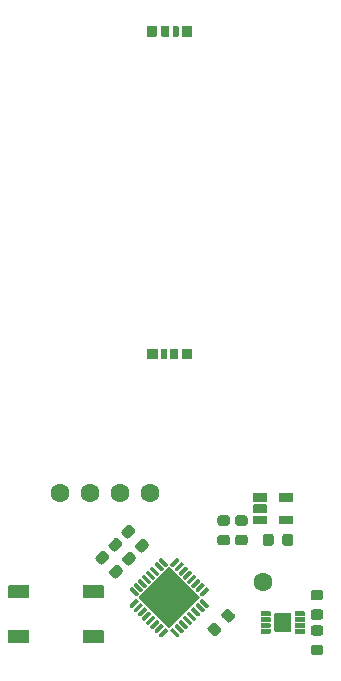
<source format=gbr>
G04 #@! TF.GenerationSoftware,KiCad,Pcbnew,(5.1.8)-1*
G04 #@! TF.CreationDate,2021-05-02T00:16:01-04:00*
G04 #@! TF.ProjectId,CryptoRosette,43727970-746f-4526-9f73-657474652e6b,1*
G04 #@! TF.SameCoordinates,Original*
G04 #@! TF.FileFunction,Soldermask,Bot*
G04 #@! TF.FilePolarity,Negative*
%FSLAX46Y46*%
G04 Gerber Fmt 4.6, Leading zero omitted, Abs format (unit mm)*
G04 Created by KiCad (PCBNEW (5.1.8)-1) date 2021-05-02 00:16:01*
%MOMM*%
%LPD*%
G01*
G04 APERTURE LIST*
%ADD10C,1.601600*%
G04 APERTURE END LIST*
G36*
G01*
X150252184Y-106777014D02*
X150677014Y-106352184D01*
G75*
G02*
X150995778Y-106352184I159382J-159382D01*
G01*
X151314542Y-106670948D01*
G75*
G02*
X151314542Y-106989712I-159382J-159382D01*
G01*
X150889712Y-107414542D01*
G75*
G02*
X150570948Y-107414542I-159382J159382D01*
G01*
X150252184Y-107095778D01*
G75*
G02*
X150252184Y-106777014I159382J159382D01*
G01*
G37*
G36*
G01*
X149085458Y-105610288D02*
X149510288Y-105185458D01*
G75*
G02*
X149829052Y-105185458I159382J-159382D01*
G01*
X150147816Y-105504222D01*
G75*
G02*
X150147816Y-105822986I-159382J-159382D01*
G01*
X149722986Y-106247816D01*
G75*
G02*
X149404222Y-106247816I-159382J159382D01*
G01*
X149085458Y-105929052D01*
G75*
G02*
X149085458Y-105610288I159382J159382D01*
G01*
G37*
G36*
G01*
X152414542Y-105889712D02*
X151989712Y-106314542D01*
G75*
G02*
X151670948Y-106314542I-159382J159382D01*
G01*
X151352184Y-105995778D01*
G75*
G02*
X151352184Y-105677014I159382J159382D01*
G01*
X151777014Y-105252184D01*
G75*
G02*
X152095778Y-105252184I159382J-159382D01*
G01*
X152414542Y-105570948D01*
G75*
G02*
X152414542Y-105889712I-159382J-159382D01*
G01*
G37*
G36*
G01*
X151247816Y-104722986D02*
X150822986Y-105147816D01*
G75*
G02*
X150504222Y-105147816I-159382J159382D01*
G01*
X150185458Y-104829052D01*
G75*
G02*
X150185458Y-104510288I159382J159382D01*
G01*
X150610288Y-104085458D01*
G75*
G02*
X150929052Y-104085458I159382J-159382D01*
G01*
X151247816Y-104404222D01*
G75*
G02*
X151247816Y-104722986I-159382J-159382D01*
G01*
G37*
G36*
G01*
X158122986Y-112352184D02*
X158547816Y-112777014D01*
G75*
G02*
X158547816Y-113095778I-159382J-159382D01*
G01*
X158229052Y-113414542D01*
G75*
G02*
X157910288Y-113414542I-159382J159382D01*
G01*
X157485458Y-112989712D01*
G75*
G02*
X157485458Y-112670948I159382J159382D01*
G01*
X157804222Y-112352184D01*
G75*
G02*
X158122986Y-112352184I159382J-159382D01*
G01*
G37*
G36*
G01*
X159289712Y-111185458D02*
X159714542Y-111610288D01*
G75*
G02*
X159714542Y-111929052I-159382J-159382D01*
G01*
X159395778Y-112247816D01*
G75*
G02*
X159077014Y-112247816I-159382J159382D01*
G01*
X158652184Y-111822986D01*
G75*
G02*
X158652184Y-111504222I159382J159382D01*
G01*
X158970948Y-111185458D01*
G75*
G02*
X159289712Y-111185458I159382J-159382D01*
G01*
G37*
G36*
G01*
X160600400Y-104125800D02*
X159999600Y-104125800D01*
G75*
G02*
X159774200Y-103900400I0J225400D01*
G01*
X159774200Y-103449600D01*
G75*
G02*
X159999600Y-103224200I225400J0D01*
G01*
X160600400Y-103224200D01*
G75*
G02*
X160825800Y-103449600I0J-225400D01*
G01*
X160825800Y-103900400D01*
G75*
G02*
X160600400Y-104125800I-225400J0D01*
G01*
G37*
G36*
G01*
X160600400Y-105775800D02*
X159999600Y-105775800D01*
G75*
G02*
X159774200Y-105550400I0J225400D01*
G01*
X159774200Y-105099600D01*
G75*
G02*
X159999600Y-104874200I225400J0D01*
G01*
X160600400Y-104874200D01*
G75*
G02*
X160825800Y-105099600I0J-225400D01*
G01*
X160825800Y-105550400D01*
G75*
G02*
X160600400Y-105775800I-225400J0D01*
G01*
G37*
G36*
G01*
X164675800Y-104999600D02*
X164675800Y-105600400D01*
G75*
G02*
X164450400Y-105825800I-225400J0D01*
G01*
X163999600Y-105825800D01*
G75*
G02*
X163774200Y-105600400I0J225400D01*
G01*
X163774200Y-104999600D01*
G75*
G02*
X163999600Y-104774200I225400J0D01*
G01*
X164450400Y-104774200D01*
G75*
G02*
X164675800Y-104999600I0J-225400D01*
G01*
G37*
G36*
G01*
X163025800Y-104999600D02*
X163025800Y-105600400D01*
G75*
G02*
X162800400Y-105825800I-225400J0D01*
G01*
X162349600Y-105825800D01*
G75*
G02*
X162124200Y-105600400I0J225400D01*
G01*
X162124200Y-104999600D01*
G75*
G02*
X162349600Y-104774200I225400J0D01*
G01*
X162800400Y-104774200D01*
G75*
G02*
X163025800Y-104999600I0J-225400D01*
G01*
G37*
G36*
G01*
X158499600Y-103224200D02*
X159100400Y-103224200D01*
G75*
G02*
X159325800Y-103449600I0J-225400D01*
G01*
X159325800Y-103900400D01*
G75*
G02*
X159100400Y-104125800I-225400J0D01*
G01*
X158499600Y-104125800D01*
G75*
G02*
X158274200Y-103900400I0J225400D01*
G01*
X158274200Y-103449600D01*
G75*
G02*
X158499600Y-103224200I225400J0D01*
G01*
G37*
G36*
G01*
X158499600Y-104874200D02*
X159100400Y-104874200D01*
G75*
G02*
X159325800Y-105099600I0J-225400D01*
G01*
X159325800Y-105550400D01*
G75*
G02*
X159100400Y-105775800I-225400J0D01*
G01*
X158499600Y-105775800D01*
G75*
G02*
X158274200Y-105550400I0J225400D01*
G01*
X158274200Y-105099600D01*
G75*
G02*
X158499600Y-104874200I225400J0D01*
G01*
G37*
G36*
G01*
X150214542Y-108089712D02*
X149789712Y-108514542D01*
G75*
G02*
X149470948Y-108514542I-159382J159382D01*
G01*
X149152184Y-108195778D01*
G75*
G02*
X149152184Y-107877014I159382J159382D01*
G01*
X149577014Y-107452184D01*
G75*
G02*
X149895778Y-107452184I159382J-159382D01*
G01*
X150214542Y-107770948D01*
G75*
G02*
X150214542Y-108089712I-159382J-159382D01*
G01*
G37*
G36*
G01*
X149047816Y-106922986D02*
X148622986Y-107347816D01*
G75*
G02*
X148304222Y-107347816I-159382J159382D01*
G01*
X147985458Y-107029052D01*
G75*
G02*
X147985458Y-106710288I159382J159382D01*
G01*
X148410288Y-106285458D01*
G75*
G02*
X148729052Y-106285458I159382J-159382D01*
G01*
X149047816Y-106604222D01*
G75*
G02*
X149047816Y-106922986I-159382J-159382D01*
G01*
G37*
G36*
G01*
X148650800Y-109200000D02*
X148650800Y-110200000D01*
G75*
G02*
X148600000Y-110250800I-50800J0D01*
G01*
X146900000Y-110250800D01*
G75*
G02*
X146849200Y-110200000I0J50800D01*
G01*
X146849200Y-109200000D01*
G75*
G02*
X146900000Y-109149200I50800J0D01*
G01*
X148600000Y-109149200D01*
G75*
G02*
X148650800Y-109200000I0J-50800D01*
G01*
G37*
G36*
G01*
X142350800Y-109200000D02*
X142350800Y-110200000D01*
G75*
G02*
X142300000Y-110250800I-50800J0D01*
G01*
X140600000Y-110250800D01*
G75*
G02*
X140549200Y-110200000I0J50800D01*
G01*
X140549200Y-109200000D01*
G75*
G02*
X140600000Y-109149200I50800J0D01*
G01*
X142300000Y-109149200D01*
G75*
G02*
X142350800Y-109200000I0J-50800D01*
G01*
G37*
G36*
G01*
X148650800Y-113000000D02*
X148650800Y-114000000D01*
G75*
G02*
X148600000Y-114050800I-50800J0D01*
G01*
X146900000Y-114050800D01*
G75*
G02*
X146849200Y-114000000I0J50800D01*
G01*
X146849200Y-113000000D01*
G75*
G02*
X146900000Y-112949200I50800J0D01*
G01*
X148600000Y-112949200D01*
G75*
G02*
X148650800Y-113000000I0J-50800D01*
G01*
G37*
G36*
G01*
X142350800Y-113000000D02*
X142350800Y-114000000D01*
G75*
G02*
X142300000Y-114050800I-50800J0D01*
G01*
X140600000Y-114050800D01*
G75*
G02*
X140549200Y-114000000I0J50800D01*
G01*
X140549200Y-113000000D01*
G75*
G02*
X140600000Y-112949200I50800J0D01*
G01*
X142300000Y-112949200D01*
G75*
G02*
X142350800Y-113000000I0J-50800D01*
G01*
G37*
D10*
X162100000Y-108900000D03*
X147500000Y-101300000D03*
X150040000Y-101300000D03*
X152580000Y-101300000D03*
X144960000Y-101300000D03*
G36*
G01*
X154931584Y-106849233D02*
X155055894Y-106973543D01*
G75*
G02*
X155055894Y-107097853I-62155J-62155D01*
G01*
X154542676Y-107611071D01*
G75*
G02*
X154418366Y-107611071I-62155J62155D01*
G01*
X154294056Y-107486761D01*
G75*
G02*
X154294056Y-107362451I62155J62155D01*
G01*
X154807274Y-106849233D01*
G75*
G02*
X154931584Y-106849233I62155J-62155D01*
G01*
G37*
G36*
G01*
X155285137Y-107202786D02*
X155409447Y-107327096D01*
G75*
G02*
X155409447Y-107451406I-62155J-62155D01*
G01*
X154896229Y-107964624D01*
G75*
G02*
X154771919Y-107964624I-62155J62155D01*
G01*
X154647609Y-107840314D01*
G75*
G02*
X154647609Y-107716004I62155J62155D01*
G01*
X155160827Y-107202786D01*
G75*
G02*
X155285137Y-107202786I62155J-62155D01*
G01*
G37*
G36*
G01*
X155638691Y-107556339D02*
X155763001Y-107680649D01*
G75*
G02*
X155763001Y-107804959I-62155J-62155D01*
G01*
X155249783Y-108318177D01*
G75*
G02*
X155125473Y-108318177I-62155J62155D01*
G01*
X155001163Y-108193867D01*
G75*
G02*
X155001163Y-108069557I62155J62155D01*
G01*
X155514381Y-107556339D01*
G75*
G02*
X155638691Y-107556339I62155J-62155D01*
G01*
G37*
G36*
G01*
X155992244Y-107909893D02*
X156116554Y-108034203D01*
G75*
G02*
X156116554Y-108158513I-62155J-62155D01*
G01*
X155603336Y-108671731D01*
G75*
G02*
X155479026Y-108671731I-62155J62155D01*
G01*
X155354716Y-108547421D01*
G75*
G02*
X155354716Y-108423111I62155J62155D01*
G01*
X155867934Y-107909893D01*
G75*
G02*
X155992244Y-107909893I62155J-62155D01*
G01*
G37*
G36*
G01*
X156345797Y-108263446D02*
X156470107Y-108387756D01*
G75*
G02*
X156470107Y-108512066I-62155J-62155D01*
G01*
X155956889Y-109025284D01*
G75*
G02*
X155832579Y-109025284I-62155J62155D01*
G01*
X155708269Y-108900974D01*
G75*
G02*
X155708269Y-108776664I62155J62155D01*
G01*
X156221487Y-108263446D01*
G75*
G02*
X156345797Y-108263446I62155J-62155D01*
G01*
G37*
G36*
G01*
X156699351Y-108616999D02*
X156823661Y-108741309D01*
G75*
G02*
X156823661Y-108865619I-62155J-62155D01*
G01*
X156310443Y-109378837D01*
G75*
G02*
X156186133Y-109378837I-62155J62155D01*
G01*
X156061823Y-109254527D01*
G75*
G02*
X156061823Y-109130217I62155J62155D01*
G01*
X156575041Y-108616999D01*
G75*
G02*
X156699351Y-108616999I62155J-62155D01*
G01*
G37*
G36*
G01*
X157052904Y-108970553D02*
X157177214Y-109094863D01*
G75*
G02*
X157177214Y-109219173I-62155J-62155D01*
G01*
X156663996Y-109732391D01*
G75*
G02*
X156539686Y-109732391I-62155J62155D01*
G01*
X156415376Y-109608081D01*
G75*
G02*
X156415376Y-109483771I62155J62155D01*
G01*
X156928594Y-108970553D01*
G75*
G02*
X157052904Y-108970553I62155J-62155D01*
G01*
G37*
G36*
G01*
X157406457Y-109324106D02*
X157530767Y-109448416D01*
G75*
G02*
X157530767Y-109572726I-62155J-62155D01*
G01*
X157017549Y-110085944D01*
G75*
G02*
X156893239Y-110085944I-62155J62155D01*
G01*
X156768929Y-109961634D01*
G75*
G02*
X156768929Y-109837324I62155J62155D01*
G01*
X157282147Y-109324106D01*
G75*
G02*
X157406457Y-109324106I62155J-62155D01*
G01*
G37*
G36*
G01*
X157017549Y-110314056D02*
X157530767Y-110827274D01*
G75*
G02*
X157530767Y-110951584I-62155J-62155D01*
G01*
X157406457Y-111075894D01*
G75*
G02*
X157282147Y-111075894I-62155J62155D01*
G01*
X156768929Y-110562676D01*
G75*
G02*
X156768929Y-110438366I62155J62155D01*
G01*
X156893239Y-110314056D01*
G75*
G02*
X157017549Y-110314056I62155J-62155D01*
G01*
G37*
G36*
G01*
X156663996Y-110667609D02*
X157177214Y-111180827D01*
G75*
G02*
X157177214Y-111305137I-62155J-62155D01*
G01*
X157052904Y-111429447D01*
G75*
G02*
X156928594Y-111429447I-62155J62155D01*
G01*
X156415376Y-110916229D01*
G75*
G02*
X156415376Y-110791919I62155J62155D01*
G01*
X156539686Y-110667609D01*
G75*
G02*
X156663996Y-110667609I62155J-62155D01*
G01*
G37*
G36*
G01*
X156310443Y-111021163D02*
X156823661Y-111534381D01*
G75*
G02*
X156823661Y-111658691I-62155J-62155D01*
G01*
X156699351Y-111783001D01*
G75*
G02*
X156575041Y-111783001I-62155J62155D01*
G01*
X156061823Y-111269783D01*
G75*
G02*
X156061823Y-111145473I62155J62155D01*
G01*
X156186133Y-111021163D01*
G75*
G02*
X156310443Y-111021163I62155J-62155D01*
G01*
G37*
G36*
G01*
X155956889Y-111374716D02*
X156470107Y-111887934D01*
G75*
G02*
X156470107Y-112012244I-62155J-62155D01*
G01*
X156345797Y-112136554D01*
G75*
G02*
X156221487Y-112136554I-62155J62155D01*
G01*
X155708269Y-111623336D01*
G75*
G02*
X155708269Y-111499026I62155J62155D01*
G01*
X155832579Y-111374716D01*
G75*
G02*
X155956889Y-111374716I62155J-62155D01*
G01*
G37*
G36*
G01*
X155603336Y-111728269D02*
X156116554Y-112241487D01*
G75*
G02*
X156116554Y-112365797I-62155J-62155D01*
G01*
X155992244Y-112490107D01*
G75*
G02*
X155867934Y-112490107I-62155J62155D01*
G01*
X155354716Y-111976889D01*
G75*
G02*
X155354716Y-111852579I62155J62155D01*
G01*
X155479026Y-111728269D01*
G75*
G02*
X155603336Y-111728269I62155J-62155D01*
G01*
G37*
G36*
G01*
X155249783Y-112081823D02*
X155763001Y-112595041D01*
G75*
G02*
X155763001Y-112719351I-62155J-62155D01*
G01*
X155638691Y-112843661D01*
G75*
G02*
X155514381Y-112843661I-62155J62155D01*
G01*
X155001163Y-112330443D01*
G75*
G02*
X155001163Y-112206133I62155J62155D01*
G01*
X155125473Y-112081823D01*
G75*
G02*
X155249783Y-112081823I62155J-62155D01*
G01*
G37*
G36*
G01*
X154896229Y-112435376D02*
X155409447Y-112948594D01*
G75*
G02*
X155409447Y-113072904I-62155J-62155D01*
G01*
X155285137Y-113197214D01*
G75*
G02*
X155160827Y-113197214I-62155J62155D01*
G01*
X154647609Y-112683996D01*
G75*
G02*
X154647609Y-112559686I62155J62155D01*
G01*
X154771919Y-112435376D01*
G75*
G02*
X154896229Y-112435376I62155J-62155D01*
G01*
G37*
G36*
G01*
X154542676Y-112788929D02*
X155055894Y-113302147D01*
G75*
G02*
X155055894Y-113426457I-62155J-62155D01*
G01*
X154931584Y-113550767D01*
G75*
G02*
X154807274Y-113550767I-62155J62155D01*
G01*
X154294056Y-113037549D01*
G75*
G02*
X154294056Y-112913239I62155J62155D01*
G01*
X154418366Y-112788929D01*
G75*
G02*
X154542676Y-112788929I62155J-62155D01*
G01*
G37*
G36*
G01*
X153941634Y-112788929D02*
X154065944Y-112913239D01*
G75*
G02*
X154065944Y-113037549I-62155J-62155D01*
G01*
X153552726Y-113550767D01*
G75*
G02*
X153428416Y-113550767I-62155J62155D01*
G01*
X153304106Y-113426457D01*
G75*
G02*
X153304106Y-113302147I62155J62155D01*
G01*
X153817324Y-112788929D01*
G75*
G02*
X153941634Y-112788929I62155J-62155D01*
G01*
G37*
G36*
G01*
X153588081Y-112435376D02*
X153712391Y-112559686D01*
G75*
G02*
X153712391Y-112683996I-62155J-62155D01*
G01*
X153199173Y-113197214D01*
G75*
G02*
X153074863Y-113197214I-62155J62155D01*
G01*
X152950553Y-113072904D01*
G75*
G02*
X152950553Y-112948594I62155J62155D01*
G01*
X153463771Y-112435376D01*
G75*
G02*
X153588081Y-112435376I62155J-62155D01*
G01*
G37*
G36*
G01*
X153234527Y-112081823D02*
X153358837Y-112206133D01*
G75*
G02*
X153358837Y-112330443I-62155J-62155D01*
G01*
X152845619Y-112843661D01*
G75*
G02*
X152721309Y-112843661I-62155J62155D01*
G01*
X152596999Y-112719351D01*
G75*
G02*
X152596999Y-112595041I62155J62155D01*
G01*
X153110217Y-112081823D01*
G75*
G02*
X153234527Y-112081823I62155J-62155D01*
G01*
G37*
G36*
G01*
X152880974Y-111728269D02*
X153005284Y-111852579D01*
G75*
G02*
X153005284Y-111976889I-62155J-62155D01*
G01*
X152492066Y-112490107D01*
G75*
G02*
X152367756Y-112490107I-62155J62155D01*
G01*
X152243446Y-112365797D01*
G75*
G02*
X152243446Y-112241487I62155J62155D01*
G01*
X152756664Y-111728269D01*
G75*
G02*
X152880974Y-111728269I62155J-62155D01*
G01*
G37*
G36*
G01*
X152527421Y-111374716D02*
X152651731Y-111499026D01*
G75*
G02*
X152651731Y-111623336I-62155J-62155D01*
G01*
X152138513Y-112136554D01*
G75*
G02*
X152014203Y-112136554I-62155J62155D01*
G01*
X151889893Y-112012244D01*
G75*
G02*
X151889893Y-111887934I62155J62155D01*
G01*
X152403111Y-111374716D01*
G75*
G02*
X152527421Y-111374716I62155J-62155D01*
G01*
G37*
G36*
G01*
X152173867Y-111021163D02*
X152298177Y-111145473D01*
G75*
G02*
X152298177Y-111269783I-62155J-62155D01*
G01*
X151784959Y-111783001D01*
G75*
G02*
X151660649Y-111783001I-62155J62155D01*
G01*
X151536339Y-111658691D01*
G75*
G02*
X151536339Y-111534381I62155J62155D01*
G01*
X152049557Y-111021163D01*
G75*
G02*
X152173867Y-111021163I62155J-62155D01*
G01*
G37*
G36*
G01*
X151820314Y-110667609D02*
X151944624Y-110791919D01*
G75*
G02*
X151944624Y-110916229I-62155J-62155D01*
G01*
X151431406Y-111429447D01*
G75*
G02*
X151307096Y-111429447I-62155J62155D01*
G01*
X151182786Y-111305137D01*
G75*
G02*
X151182786Y-111180827I62155J62155D01*
G01*
X151696004Y-110667609D01*
G75*
G02*
X151820314Y-110667609I62155J-62155D01*
G01*
G37*
G36*
G01*
X151466761Y-110314056D02*
X151591071Y-110438366D01*
G75*
G02*
X151591071Y-110562676I-62155J-62155D01*
G01*
X151077853Y-111075894D01*
G75*
G02*
X150953543Y-111075894I-62155J62155D01*
G01*
X150829233Y-110951584D01*
G75*
G02*
X150829233Y-110827274I62155J62155D01*
G01*
X151342451Y-110314056D01*
G75*
G02*
X151466761Y-110314056I62155J-62155D01*
G01*
G37*
G36*
G01*
X151077853Y-109324106D02*
X151591071Y-109837324D01*
G75*
G02*
X151591071Y-109961634I-62155J-62155D01*
G01*
X151466761Y-110085944D01*
G75*
G02*
X151342451Y-110085944I-62155J62155D01*
G01*
X150829233Y-109572726D01*
G75*
G02*
X150829233Y-109448416I62155J62155D01*
G01*
X150953543Y-109324106D01*
G75*
G02*
X151077853Y-109324106I62155J-62155D01*
G01*
G37*
G36*
G01*
X151431406Y-108970553D02*
X151944624Y-109483771D01*
G75*
G02*
X151944624Y-109608081I-62155J-62155D01*
G01*
X151820314Y-109732391D01*
G75*
G02*
X151696004Y-109732391I-62155J62155D01*
G01*
X151182786Y-109219173D01*
G75*
G02*
X151182786Y-109094863I62155J62155D01*
G01*
X151307096Y-108970553D01*
G75*
G02*
X151431406Y-108970553I62155J-62155D01*
G01*
G37*
G36*
G01*
X151784959Y-108616999D02*
X152298177Y-109130217D01*
G75*
G02*
X152298177Y-109254527I-62155J-62155D01*
G01*
X152173867Y-109378837D01*
G75*
G02*
X152049557Y-109378837I-62155J62155D01*
G01*
X151536339Y-108865619D01*
G75*
G02*
X151536339Y-108741309I62155J62155D01*
G01*
X151660649Y-108616999D01*
G75*
G02*
X151784959Y-108616999I62155J-62155D01*
G01*
G37*
G36*
G01*
X152138513Y-108263446D02*
X152651731Y-108776664D01*
G75*
G02*
X152651731Y-108900974I-62155J-62155D01*
G01*
X152527421Y-109025284D01*
G75*
G02*
X152403111Y-109025284I-62155J62155D01*
G01*
X151889893Y-108512066D01*
G75*
G02*
X151889893Y-108387756I62155J62155D01*
G01*
X152014203Y-108263446D01*
G75*
G02*
X152138513Y-108263446I62155J-62155D01*
G01*
G37*
G36*
G01*
X152492066Y-107909893D02*
X153005284Y-108423111D01*
G75*
G02*
X153005284Y-108547421I-62155J-62155D01*
G01*
X152880974Y-108671731D01*
G75*
G02*
X152756664Y-108671731I-62155J62155D01*
G01*
X152243446Y-108158513D01*
G75*
G02*
X152243446Y-108034203I62155J62155D01*
G01*
X152367756Y-107909893D01*
G75*
G02*
X152492066Y-107909893I62155J-62155D01*
G01*
G37*
G36*
G01*
X152845619Y-107556339D02*
X153358837Y-108069557D01*
G75*
G02*
X153358837Y-108193867I-62155J-62155D01*
G01*
X153234527Y-108318177D01*
G75*
G02*
X153110217Y-108318177I-62155J62155D01*
G01*
X152596999Y-107804959D01*
G75*
G02*
X152596999Y-107680649I62155J62155D01*
G01*
X152721309Y-107556339D01*
G75*
G02*
X152845619Y-107556339I62155J-62155D01*
G01*
G37*
G36*
G01*
X153199173Y-107202786D02*
X153712391Y-107716004D01*
G75*
G02*
X153712391Y-107840314I-62155J-62155D01*
G01*
X153588081Y-107964624D01*
G75*
G02*
X153463771Y-107964624I-62155J62155D01*
G01*
X152950553Y-107451406D01*
G75*
G02*
X152950553Y-107327096I62155J62155D01*
G01*
X153074863Y-107202786D01*
G75*
G02*
X153199173Y-107202786I62155J-62155D01*
G01*
G37*
G36*
G01*
X153552726Y-106849233D02*
X154065944Y-107362451D01*
G75*
G02*
X154065944Y-107486761I-62155J-62155D01*
G01*
X153941634Y-107611071D01*
G75*
G02*
X153817324Y-107611071I-62155J62155D01*
G01*
X153304106Y-107097853D01*
G75*
G02*
X153304106Y-106973543I62155J62155D01*
G01*
X153428416Y-106849233D01*
G75*
G02*
X153552726Y-106849233I62155J-62155D01*
G01*
G37*
G36*
G01*
X154215921Y-107618495D02*
X156761505Y-110164079D01*
G75*
G02*
X156761505Y-110235921I-35921J-35921D01*
G01*
X154215921Y-112781505D01*
G75*
G02*
X154144079Y-112781505I-35921J35921D01*
G01*
X151598495Y-110235921D01*
G75*
G02*
X151598495Y-110164079I35921J35921D01*
G01*
X154144079Y-107618495D01*
G75*
G02*
X154215921Y-107618495I35921J-35921D01*
G01*
G37*
G36*
G01*
X161299200Y-103945000D02*
X161299200Y-103295000D01*
G75*
G02*
X161350000Y-103244200I50800J0D01*
G01*
X162410000Y-103244200D01*
G75*
G02*
X162460800Y-103295000I0J-50800D01*
G01*
X162460800Y-103945000D01*
G75*
G02*
X162410000Y-103995800I-50800J0D01*
G01*
X161350000Y-103995800D01*
G75*
G02*
X161299200Y-103945000I0J50800D01*
G01*
G37*
G36*
G01*
X161299200Y-102995000D02*
X161299200Y-102345000D01*
G75*
G02*
X161350000Y-102294200I50800J0D01*
G01*
X162410000Y-102294200D01*
G75*
G02*
X162460800Y-102345000I0J-50800D01*
G01*
X162460800Y-102995000D01*
G75*
G02*
X162410000Y-103045800I-50800J0D01*
G01*
X161350000Y-103045800D01*
G75*
G02*
X161299200Y-102995000I0J50800D01*
G01*
G37*
G36*
G01*
X161299200Y-102045000D02*
X161299200Y-101395000D01*
G75*
G02*
X161350000Y-101344200I50800J0D01*
G01*
X162410000Y-101344200D01*
G75*
G02*
X162460800Y-101395000I0J-50800D01*
G01*
X162460800Y-102045000D01*
G75*
G02*
X162410000Y-102095800I-50800J0D01*
G01*
X161350000Y-102095800D01*
G75*
G02*
X161299200Y-102045000I0J50800D01*
G01*
G37*
G36*
G01*
X163499200Y-102045000D02*
X163499200Y-101395000D01*
G75*
G02*
X163550000Y-101344200I50800J0D01*
G01*
X164610000Y-101344200D01*
G75*
G02*
X164660800Y-101395000I0J-50800D01*
G01*
X164660800Y-102045000D01*
G75*
G02*
X164610000Y-102095800I-50800J0D01*
G01*
X163550000Y-102095800D01*
G75*
G02*
X163499200Y-102045000I0J50800D01*
G01*
G37*
G36*
G01*
X163499200Y-103945000D02*
X163499200Y-103295000D01*
G75*
G02*
X163550000Y-103244200I50800J0D01*
G01*
X164610000Y-103244200D01*
G75*
G02*
X164660800Y-103295000I0J-50800D01*
G01*
X164660800Y-103945000D01*
G75*
G02*
X164610000Y-103995800I-50800J0D01*
G01*
X163550000Y-103995800D01*
G75*
G02*
X163499200Y-103945000I0J50800D01*
G01*
G37*
G36*
G01*
X167000400Y-112075800D02*
X166399600Y-112075800D01*
G75*
G02*
X166174200Y-111850400I0J225400D01*
G01*
X166174200Y-111399600D01*
G75*
G02*
X166399600Y-111174200I225400J0D01*
G01*
X167000400Y-111174200D01*
G75*
G02*
X167225800Y-111399600I0J-225400D01*
G01*
X167225800Y-111850400D01*
G75*
G02*
X167000400Y-112075800I-225400J0D01*
G01*
G37*
G36*
G01*
X167000400Y-110425800D02*
X166399600Y-110425800D01*
G75*
G02*
X166174200Y-110200400I0J225400D01*
G01*
X166174200Y-109749600D01*
G75*
G02*
X166399600Y-109524200I225400J0D01*
G01*
X167000400Y-109524200D01*
G75*
G02*
X167225800Y-109749600I0J-225400D01*
G01*
X167225800Y-110200400D01*
G75*
G02*
X167000400Y-110425800I-225400J0D01*
G01*
G37*
G36*
G01*
X166399600Y-114174200D02*
X167000400Y-114174200D01*
G75*
G02*
X167225800Y-114399600I0J-225400D01*
G01*
X167225800Y-114850400D01*
G75*
G02*
X167000400Y-115075800I-225400J0D01*
G01*
X166399600Y-115075800D01*
G75*
G02*
X166174200Y-114850400I0J225400D01*
G01*
X166174200Y-114399600D01*
G75*
G02*
X166399600Y-114174200I225400J0D01*
G01*
G37*
G36*
G01*
X166399600Y-112524200D02*
X167000400Y-112524200D01*
G75*
G02*
X167225800Y-112749600I0J-225400D01*
G01*
X167225800Y-113200400D01*
G75*
G02*
X167000400Y-113425800I-225400J0D01*
G01*
X166399600Y-113425800D01*
G75*
G02*
X166174200Y-113200400I0J225400D01*
G01*
X166174200Y-112749600D01*
G75*
G02*
X166399600Y-112524200I225400J0D01*
G01*
G37*
G36*
G01*
X161924200Y-113200000D02*
X161924200Y-112900000D01*
G75*
G02*
X161975000Y-112849200I50800J0D01*
G01*
X162725000Y-112849200D01*
G75*
G02*
X162775800Y-112900000I0J-50800D01*
G01*
X162775800Y-113200000D01*
G75*
G02*
X162725000Y-113250800I-50800J0D01*
G01*
X161975000Y-113250800D01*
G75*
G02*
X161924200Y-113200000I0J50800D01*
G01*
G37*
G36*
G01*
X161924200Y-112700000D02*
X161924200Y-112400000D01*
G75*
G02*
X161975000Y-112349200I50800J0D01*
G01*
X162725000Y-112349200D01*
G75*
G02*
X162775800Y-112400000I0J-50800D01*
G01*
X162775800Y-112700000D01*
G75*
G02*
X162725000Y-112750800I-50800J0D01*
G01*
X161975000Y-112750800D01*
G75*
G02*
X161924200Y-112700000I0J50800D01*
G01*
G37*
G36*
G01*
X161924200Y-112200000D02*
X161924200Y-111900000D01*
G75*
G02*
X161975000Y-111849200I50800J0D01*
G01*
X162725000Y-111849200D01*
G75*
G02*
X162775800Y-111900000I0J-50800D01*
G01*
X162775800Y-112200000D01*
G75*
G02*
X162725000Y-112250800I-50800J0D01*
G01*
X161975000Y-112250800D01*
G75*
G02*
X161924200Y-112200000I0J50800D01*
G01*
G37*
G36*
G01*
X161924200Y-111700000D02*
X161924200Y-111400000D01*
G75*
G02*
X161975000Y-111349200I50800J0D01*
G01*
X162725000Y-111349200D01*
G75*
G02*
X162775800Y-111400000I0J-50800D01*
G01*
X162775800Y-111700000D01*
G75*
G02*
X162725000Y-111750800I-50800J0D01*
G01*
X161975000Y-111750800D01*
G75*
G02*
X161924200Y-111700000I0J50800D01*
G01*
G37*
G36*
G01*
X164824200Y-111700000D02*
X164824200Y-111400000D01*
G75*
G02*
X164875000Y-111349200I50800J0D01*
G01*
X165625000Y-111349200D01*
G75*
G02*
X165675800Y-111400000I0J-50800D01*
G01*
X165675800Y-111700000D01*
G75*
G02*
X165625000Y-111750800I-50800J0D01*
G01*
X164875000Y-111750800D01*
G75*
G02*
X164824200Y-111700000I0J50800D01*
G01*
G37*
G36*
G01*
X164824200Y-112200000D02*
X164824200Y-111900000D01*
G75*
G02*
X164875000Y-111849200I50800J0D01*
G01*
X165625000Y-111849200D01*
G75*
G02*
X165675800Y-111900000I0J-50800D01*
G01*
X165675800Y-112200000D01*
G75*
G02*
X165625000Y-112250800I-50800J0D01*
G01*
X164875000Y-112250800D01*
G75*
G02*
X164824200Y-112200000I0J50800D01*
G01*
G37*
G36*
G01*
X164824200Y-112700000D02*
X164824200Y-112400000D01*
G75*
G02*
X164875000Y-112349200I50800J0D01*
G01*
X165625000Y-112349200D01*
G75*
G02*
X165675800Y-112400000I0J-50800D01*
G01*
X165675800Y-112700000D01*
G75*
G02*
X165625000Y-112750800I-50800J0D01*
G01*
X164875000Y-112750800D01*
G75*
G02*
X164824200Y-112700000I0J50800D01*
G01*
G37*
G36*
G01*
X164824200Y-113200000D02*
X164824200Y-112900000D01*
G75*
G02*
X164875000Y-112849200I50800J0D01*
G01*
X165625000Y-112849200D01*
G75*
G02*
X165675800Y-112900000I0J-50800D01*
G01*
X165675800Y-113200000D01*
G75*
G02*
X165625000Y-113250800I-50800J0D01*
G01*
X164875000Y-113250800D01*
G75*
G02*
X164824200Y-113200000I0J50800D01*
G01*
G37*
G36*
G01*
X163099200Y-113050000D02*
X163099200Y-111550000D01*
G75*
G02*
X163150000Y-111499200I50800J0D01*
G01*
X164450000Y-111499200D01*
G75*
G02*
X164500800Y-111550000I0J-50800D01*
G01*
X164500800Y-113050000D01*
G75*
G02*
X164450000Y-113100800I-50800J0D01*
G01*
X163150000Y-113100800D01*
G75*
G02*
X163099200Y-113050000I0J50800D01*
G01*
G37*
G36*
G01*
X153197133Y-89160000D02*
X153197133Y-89960000D01*
G75*
G02*
X153146333Y-90010800I-50800J0D01*
G01*
X152346333Y-90010800D01*
G75*
G02*
X152295533Y-89960000I0J50800D01*
G01*
X152295533Y-89160000D01*
G75*
G02*
X152346333Y-89109200I50800J0D01*
G01*
X153146333Y-89109200D01*
G75*
G02*
X153197133Y-89160000I0J-50800D01*
G01*
G37*
G36*
G01*
X153977133Y-89160000D02*
X153977133Y-89960000D01*
G75*
G02*
X153926333Y-90010800I-50800J0D01*
G01*
X153526333Y-90010800D01*
G75*
G02*
X153475533Y-89960000I0J50800D01*
G01*
X153475533Y-89160000D01*
G75*
G02*
X153526333Y-89109200I50800J0D01*
G01*
X153926333Y-89109200D01*
G75*
G02*
X153977133Y-89160000I0J-50800D01*
G01*
G37*
G36*
G01*
X154957133Y-89160000D02*
X154957133Y-89960000D01*
G75*
G02*
X154906333Y-90010800I-50800J0D01*
G01*
X154306333Y-90010800D01*
G75*
G02*
X154255533Y-89960000I0J50800D01*
G01*
X154255533Y-89160000D01*
G75*
G02*
X154306333Y-89109200I50800J0D01*
G01*
X154906333Y-89109200D01*
G75*
G02*
X154957133Y-89160000I0J-50800D01*
G01*
G37*
G36*
G01*
X156157133Y-89160000D02*
X156157133Y-89960000D01*
G75*
G02*
X156106333Y-90010800I-50800J0D01*
G01*
X155356333Y-90010800D01*
G75*
G02*
X155305533Y-89960000I0J50800D01*
G01*
X155305533Y-89160000D01*
G75*
G02*
X155356333Y-89109200I50800J0D01*
G01*
X156106333Y-89109200D01*
G75*
G02*
X156157133Y-89160000I0J-50800D01*
G01*
G37*
G36*
G01*
X152295533Y-62640000D02*
X152295533Y-61840000D01*
G75*
G02*
X152346333Y-61789200I50800J0D01*
G01*
X153096333Y-61789200D01*
G75*
G02*
X153147133Y-61840000I0J-50800D01*
G01*
X153147133Y-62640000D01*
G75*
G02*
X153096333Y-62690800I-50800J0D01*
G01*
X152346333Y-62690800D01*
G75*
G02*
X152295533Y-62640000I0J50800D01*
G01*
G37*
G36*
G01*
X153495533Y-62640000D02*
X153495533Y-61840000D01*
G75*
G02*
X153546333Y-61789200I50800J0D01*
G01*
X154146333Y-61789200D01*
G75*
G02*
X154197133Y-61840000I0J-50800D01*
G01*
X154197133Y-62640000D01*
G75*
G02*
X154146333Y-62690800I-50800J0D01*
G01*
X153546333Y-62690800D01*
G75*
G02*
X153495533Y-62640000I0J50800D01*
G01*
G37*
G36*
G01*
X154475533Y-62640000D02*
X154475533Y-61840000D01*
G75*
G02*
X154526333Y-61789200I50800J0D01*
G01*
X154926333Y-61789200D01*
G75*
G02*
X154977133Y-61840000I0J-50800D01*
G01*
X154977133Y-62640000D01*
G75*
G02*
X154926333Y-62690800I-50800J0D01*
G01*
X154526333Y-62690800D01*
G75*
G02*
X154475533Y-62640000I0J50800D01*
G01*
G37*
G36*
G01*
X155255533Y-62640000D02*
X155255533Y-61840000D01*
G75*
G02*
X155306333Y-61789200I50800J0D01*
G01*
X156106333Y-61789200D01*
G75*
G02*
X156157133Y-61840000I0J-50800D01*
G01*
X156157133Y-62640000D01*
G75*
G02*
X156106333Y-62690800I-50800J0D01*
G01*
X155306333Y-62690800D01*
G75*
G02*
X155255533Y-62640000I0J50800D01*
G01*
G37*
M02*

</source>
